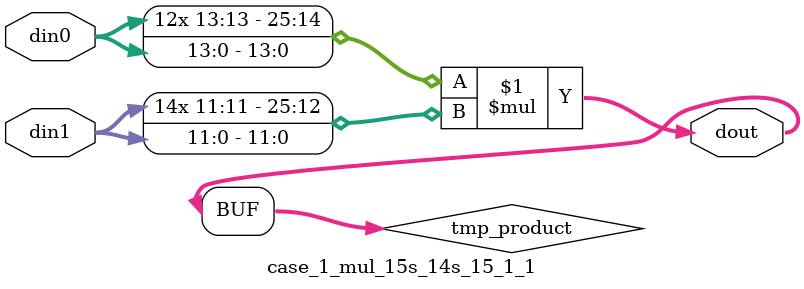
<source format=v>

`timescale 1 ns / 1 ps

 module case_1_mul_15s_14s_15_1_1(din0, din1, dout);
parameter ID = 1;
parameter NUM_STAGE = 0;
parameter din0_WIDTH = 14;
parameter din1_WIDTH = 12;
parameter dout_WIDTH = 26;

input [din0_WIDTH - 1 : 0] din0; 
input [din1_WIDTH - 1 : 0] din1; 
output [dout_WIDTH - 1 : 0] dout;

wire signed [dout_WIDTH - 1 : 0] tmp_product;



























assign tmp_product = $signed(din0) * $signed(din1);








assign dout = tmp_product;





















endmodule

</source>
